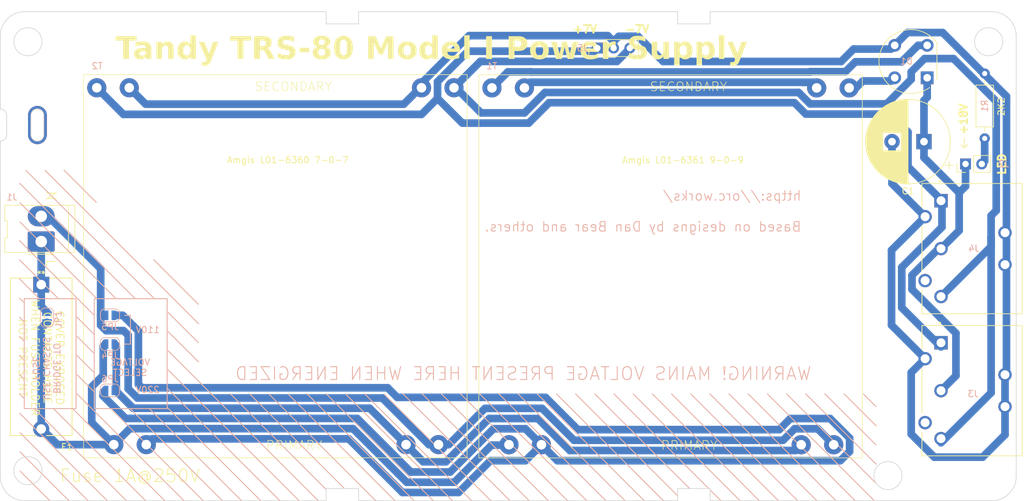
<source format=kicad_pcb>
(kicad_pcb (version 20221018) (generator pcbnew)
  (layers (0 "F.Cu" signal) (31 "B.Cu" signal) (34 "B.Paste" user) (35 "F.Paste" user) (36 "B.SilkS" user "B.Silkscreen") (37 "F.SilkS" user "F.Silkscreen") (38 "B.Mask" user) (39 "F.Mask" user) (44 "Edge.Cuts" user))
  (net 0 "")
  (net 1 "0V")
  (net 2 "Net-(T1-OUT1A)")
  (net 3 "+18V")
  (net 4 "-7V")
  (net 5 "Net-(J1-Pin_1)")
  (net 6 "Net-(J1-Pin_2)")
  (net 7 "+7V")
  (net 9 "Net-(JP1-A)")
  (net 10 "Net-(T1-OUT1B)")
  (net 11 "Net-(T1-OUT2B)")
  (net 12 "Net-(J2-Pin_2)")
  (net 14 "Net-(JP5-B)")
  (net 15 "Net-(JP4-B)")
  (footprint "Project:FUSE_0PTF0078P_LTF" (layer "F.Cu") (at 49.4 107.9 -90)
    (fp_text reference "F1" (at 25.42 -4.01 unlocked) (layer "F.SilkS"))
    (fp_text value "Fuse 1A@250V" (at 29.92 -13.88 unlocked) (layer "F.SilkS") (effects (font (size 2 2))))
    (fp_text user "*" (at -1.9207 0 -90 unlocked) (layer "F.SilkS"))
    (fp_text user "*" (at -1.9207 0 90) (layer "F.SilkS"))
    (pad "1" thru_hole rect (at 0 0 270) (size 2.5 2.5) (drill 1.4986) (layers "*.Cu" "*.Mask") (net 5 "Net-(J1-Pin_1)"))
    (pad "2" thru_hole circle (at 22.6 0 270) (size 2.5 2.5) (drill 1.4986) (layers "*.Cu" "*.Mask") (net 9 "Net-(JP1-A)"))
  )
  (footprint "Transformer_THT:Amgis 25VA" (layer "F.Cu") (at 122.794 132.886)
    (fp_text reference "T1" (at -2.906 -59.226 -180) (layer "B.SilkS") (effects (justify mirror)))
    (fp_text value "Amgis L01-6361 9-0-9" (at 27 -44.5) (layer "F.SilkS"))
    (fp_text user "SECONDARY" (at 21.743333 -55.1745 unlocked) (layer "F.SilkS") (effects (font (size 1.4 1.4) (thickness 0.1)) (justify left bottom)))
    (fp_text user "PRIMARY" (at 23.496667 1 unlocked) (layer "F.SilkS") (effects (font (size 1.4 1.4) (thickness 0.1)) (justify left bottom)))
    (pad "1" thru_hole circle (at -0.22 0.08 270) (size 3 3) (drill 1.5) (layers "*.Cu" "*.Mask") (net 9 "Net-(JP1-A)"))
    (pad "2" thru_hole circle (at 4.86 0.08 180) (size 3 3) (drill 1.5) (layers "*.Cu" "*.Mask") (net 14 "Net-(JP5-B)"))
    (pad "3" thru_hole circle (at 45.5 0.08 180) (size 3 3) (drill 1.5) (layers "*.Cu" "*.Mask") (net 15 "Net-(JP4-B)"))
    (pad "4" thru_hole circle (at 50.58 0.08 180) (size 3 3) (drill 1.5) (layers "*.Cu" "*.Mask") (net 6 "Net-(J1-Pin_2)"))
    (pad "5" thru_hole circle (at -2.88 -55.8 180) (size 3 3) (drill 1.5) (layers "*.Cu" "*.Mask") (net 2 "Net-(T1-OUT1A)"))
    (pad "6" thru_hole circle (at 2.2 -55.8 180) (size 3 3) (drill 1.5) (layers "*.Cu" "*.Mask") (net 10 "Net-(T1-OUT1B)"))
    (pad "7" thru_hole circle (at 47.92 -55.8 180) (size 3 3) (drill 1.5) (layers "*.Cu" "*.Mask") (net 10 "Net-(T1-OUT1B)"))
    (pad "8" thru_hole circle (at 53 -55.8 180) (size 3 3) (drill 1.5) (layers "*.Cu" "*.Mask") (net 11 "Net-(T1-OUT2B)"))
  )
  (footprint "Project:SWITCHCRAFT_57PC5FS" (layer "F.Cu") (at 195.176 124.5 180)
    (fp_text reference "J3" (at -0.024 -0.5) (layer "B.SilkS") (effects (justify mirror)))
    (fp_text value "57PC5FS")
    (pad "" np_thru_hole circle (at 0 -7.505 180) (size 2.39 2.39) (drill 2.39) (layers "*.Cu" "*.Mask"))
    (pad "" np_thru_hole circle (at 0 7.505 180) (size 2.39 2.39) (drill 2.39) (layers "*.Cu" "*.Mask"))
    (pad "1" thru_hole rect (at 5.01 7.505 180) (size 2.1 2.1) (drill 1.4) (layers "*.Cu" "*.Mask") (net 7 "+7V"))
    (pad "2" thru_hole circle (at 5.01 0 180) (size 2.1 2.1) (drill 1.4) (layers "*.Cu" "*.Mask") (net 3 "+18V"))
    (pad "3" thru_hole circle (at 5.01 -7.505 180) (size 2.1 2.1) (drill 1.4) (layers "*.Cu" "*.Mask") (net 4 "-7V"))
    (pad "4" thru_hole circle (at 7.5 5.005 180) (size 2.1 2.1) (drill 1.4) (layers "*.Cu" "*.Mask") (net 1 "0V"))
    (pad "5" thru_hole circle (at 7.5 -5.005 180) (size 2.1 2.1) (drill 1.4) (layers "*.Cu" "*.Mask"))
    (pad "G1" thru_hole circle (at -5 -2.5 180) (size 2.1 2.1) (drill 1.4) (layers "*.Cu" "*.Mask") (net 1 "0V"))
    (pad "G2" thru_hole circle (at -5 2.5 180) (size 2.1 2.1) (drill 1.4) (layers "*.Cu" "*.Mask") (net 1 "0V"))
  )
  (footprint "Connector_PinHeader_2.54mm:PinHeader_1x03_P2.54mm_Vertical" (layer "F.Cu") (at 136.4 70.85 90)
    (fp_text reference "J5" (at 0 -2.33 180) (layer "B.SilkS") (effects (justify mirror)))
    (fp_text value "Conn_01x03_Socket")
    (pad "1" thru_hole rect (at 0 0 90) (size 1.7 1.7) (drill 1) (layers "*.Cu" "*.Mask") (net 7 "+7V"))
    (pad "2" thru_hole oval (at 0 2.54 90) (size 1.7 1.7) (drill 1) (layers "*.Cu" "*.Mask") (net 1 "0V"))
    (pad "3" thru_hole oval (at 0 5.08 90) (size 1.7 1.7) (drill 1) (layers "*.Cu" "*.Mask") (net 4 "-7V"))
  )
  (footprint "Transformer_THT:Amgis 25VA" (layer "F.Cu") (at 60.972 132.866)
    (fp_text reference "T2" (at -2.806 -59.206 -180) (layer "B.SilkS") (effects (justify mirror)))
    (fp_text value "Amgis L01-6360 7-0-7" (at 27 -44.5) (layer "F.SilkS"))
    (fp_text user "PRIMARY" (at 23.496667 1 unlocked) (layer "F.SilkS") (effects (font (size 1.4 1.4) (thickness 0.1)) (justify left bottom)))
    (fp_text user "SECONDARY" (at 21.743333 -55.1745 unlocked) (layer "F.SilkS") (effects (font (size 1.4 1.4) (thickness 0.1)) (justify left bottom)))
    (pad "1" thru_hole circle (at -0.22 0.08 270) (size 3 3) (drill 1.5) (layers "*.Cu" "*.Mask") (net 9 "Net-(JP1-A)"))
    (pad "2" thru_hole circle (at 4.86 0.08 180) (size 3 3) (drill 1.5) (layers "*.Cu" "*.Mask") (net 14 "Net-(JP5-B)"))
    (pad "3" thru_hole circle (at 45.5 0.08 180) (size 3 3) (drill 1.5) (layers "*.Cu" "*.Mask") (net 15 "Net-(JP4-B)"))
    (pad "4" thru_hole circle (at 50.58 0.08 180) (size 3 3) (drill 1.5) (layers "*.Cu" "*.Mask") (net 6 "Net-(J1-Pin_2)"))
    (pad "5" thru_hole circle (at -2.88 -55.8 180) (size 3 3) (drill 1.5) (layers "*.Cu" "*.Mask") (net 7 "+7V"))
    (pad "6" thru_hole circle (at 2.2 -55.8 180) (size 3 3) (drill 1.5) (layers "*.Cu" "*.Mask") (net 1 "0V"))
    (pad "7" thru_hole circle (at 47.92 -55.8 180) (size 3 3) (drill 1.5) (layers "*.Cu" "*.Mask") (net 1 "0V"))
    (pad "8" thru_hole circle (at 53 -55.8 180) (size 3 3) (drill 1.5) (layers "*.Cu" "*.Mask") (net 4 "-7V"))
  )
  (footprint "Project:SWITCHCRAFT_57PC5FS" (layer "F.Cu") (at 195.176 102.26 180)
    (fp_text reference "J4" (at -0.124 0.01) (layer "B.SilkS") (effects (justify mirror)))
    (fp_text value "57PC5FS")
    (pad "" np_thru_hole circle (at 0 -7.505 180) (size 2.39 2.39) (drill 2.39) (layers "*.Cu" "*.Mask"))
    (pad "" np_thru_hole circle (at 0 7.505 180) (size 2.39 2.39) (drill 2.39) (layers "*.Cu" "*.Mask"))
    (pad "1" thru_hole rect (at 5.01 7.505 180) (size 2.1 2.1) (drill 1.4) (layers "*.Cu" "*.Mask") (net 7 "+7V"))
    (pad "2" thru_hole circle (at 5.01 0 180) (size 2.1 2.1) (drill 1.4) (layers "*.Cu" "*.Mask") (net 3 "+18V"))
    (pad "3" thru_hole circle (at 5.01 -7.505 180) (size 2.1 2.1) (drill 1.4) (layers "*.Cu" "*.Mask") (net 4 "-7V"))
    (pad "4" thru_hole circle (at 7.5 5.005 180) (size 2.1 2.1) (drill 1.4) (layers "*.Cu" "*.Mask") (net 1 "0V"))
    (pad "5" thru_hole circle (at 7.5 -5.005 180) (size 2.1 2.1) (drill 1.4) (layers "*.Cu" "*.Mask"))
    (pad "G1" thru_hole circle (at -5 -2.5 180) (size 2.1 2.1) (drill 1.4) (layers "*.Cu" "*.Mask") (net 1 "0V"))
    (pad "G2" thru_hole circle (at -5 2.5 180) (size 2.1 2.1) (drill 1.4) (layers "*.Cu" "*.Mask") (net 1 "0V"))
  )
  (footprint "Connector_PinHeader_2.54mm:PinHeader_1x02_P2.54mm_Vertical" (layer "F.Cu") (at 194 89 90)
    (fp_text reference "J2" (at 0 6 180) (layer "B.SilkS") (effects (justify mirror)))
    (fp_text value "Conn_01x02_Socket")
    (pad "1" thru_hole rect (at 0 0 90) (size 1.7 1.7) (drill 1) (layers "*.Cu" "*.Mask") (net 3 "+18V"))
    (pad "2" thru_hole oval (at 0 2.54 90) (size 1.7 1.7) (drill 1) (layers "*.Cu" "*.Mask") (net 12 "Net-(J2-Pin_2)"))
  )
  (footprint "Resistor_THT:R_Axial_DIN0207_L6.3mm_D2.5mm_P10.16mm_Horizontal" (layer "F.Cu") (at 197 85 90)
    (fp_text reference "R1" (at 5.08 0 90) (layer "B.SilkS") (effects (justify mirror)))
    (fp_text value "2K2" (at 5 2.6 90) (layer "F.SilkS"))
    (pad "1" thru_hole circle (at 0 0 90) (size 1.6 1.6) (drill 0.8) (layers "*.Cu" "*.Mask") (net 12 "Net-(J2-Pin_2)"))
    (pad "2" thru_hole oval (at 10.16 0 90) (size 1.6 1.6) (drill 0.8) (layers "*.Cu" "*.Mask") (net 1 "0V"))
  )
  (footprint "Capacitor_THT:CP_Radial_D13.0mm_P5.00mm" (layer "F.Cu") (at 187.5 85.5 180)
    (fp_text reference "C1" (at 2.5 -7.75 180) (layer "F.SilkS"))
    (fp_text value "1000uF")
    (pad "1" thru_hole rect (at 0 0 180) (size 2.4 2.4) (drill 1.2) (layers "*.Cu" "*.Mask") (net 3 "+18V"))
    (pad "2" thru_hole circle (at 5 0 180) (size 2.4 2.4) (drill 1.2) (layers "*.Cu" "*.Mask") (net 1 "0V"))
  )
  (footprint "Diode_THT:Diode_Bridge_Round_D9.8mm" (layer "F.Cu") (at 188 75.5 180)
    (fp_text reference "D1" (at 3.2512 2.5908) (layer "B.SilkS") (effects (justify mirror)))
    (fp_text value "D_Bridge_+-AA")
    (pad "1" thru_hole rect (at 0 0 180) (size 2 2) (drill 1.2) (layers "*.Cu" "*.Mask") (net 3 "+18V"))
    (pad "2" thru_hole oval (at 0 5.08 180) (size 2 2) (drill 1.2) (layers "*.Cu" "*.Mask") (net 2 "Net-(T1-OUT1A)"))
    (pad "3" thru_hole oval (at 5.08 5.08 180) (size 2 2) (drill 1.2) (layers "*.Cu" "*.Mask") (net 1 "0V"))
    (pad "4" thru_hole oval (at 5.08 0 180) (size 2 2) (drill 1.2) (layers "*.Cu" "*.Mask") (net 11 "Net-(T1-OUT2B)"))
  )
  (footprint "Connector_Molex:Molex_KK-396_5273-02A_1x02_P3.96mm_Vertical" (layer "F.Cu") (at 49.4 101.15 90)
    (fp_text reference "J1" (at 6.95 -4.6) (layer "B.SilkS") (effects (justify mirror)))
    (fp_text value "Conn_01x02_Pin")
    (pad "1" thru_hole roundrect (at 0 0 90) (size 3.16 4.2) (drill 1.8) (layers "*.Cu" "*.Mask") (roundrect_rratio 0.07911392405) (net 5 "Net-(J1-Pin_1)"))
    (pad "2" thru_hole oval (at 3.96 0 90) (size 3.16 4.2) (drill 1.8) (layers "*.Cu" "*.Mask") (net 6 "Net-(J1-Pin_2)"))
  )
  (footprint "Jumper:SolderJumper-2_P1.5mm_Open_RoundedPad1.0x1.5mm" (layer "B.Cu") (at 60.154 112.7)
    (fp_text reference "JP5" (at 0 1.8 180) (layer "B.SilkS") (effects (justify mirror)))
    (fp_text value "CLOSE FOR 110V")
    (pad "1" smd custom (at -0.750001 -0.000001) (size 1 0.5) (layers "B.Cu" "B.Mask") (net 6 "Net-(J1-Pin_2)") (options (clearance outline) (anchor rect)) (primitives (gr_circle (center 0 -0.25) (end 0.5 -0.25) (width 0) (fill yes)) (gr_circle (center 0 0.25) (end 0.5 0.25) (width 0) (fill yes)) (gr_poly (pts (xy 0.5 -0.75) (xy 0 -0.75) (xy 0 0.75) (xy 0.5 0.75)) (width 0) (fill yes))))
    (pad "2" smd custom (at 0.749999 -0.000001) (size 1 0.5) (layers "B.Cu" "B.Mask") (net 14 "Net-(JP5-B)") (options (clearance outline) (anchor rect)) (primitives (gr_circle (center 0 -0.25) (end 0.5 -0.25) (width 0) (fill yes)) (gr_circle (center 0 0.25) (end 0.5 0.25) (width 0) (fill yes)) (gr_poly (pts (xy 0 -0.75) (xy -0.5 -0.75) (xy -0.5 0.75) (xy 0 0.75)) (width 0) (fill yes))))
  )
  (footprint "Jumper:SolderJumper-2_P1.5mm_Open_RoundedPad1.0x1.5mm" (layer "B.Cu") (at 60.154 117.2)
    (fp_text reference "JP4" (at 0 1.8 180) (layer "B.SilkS") (effects (justify mirror)))
    (fp_text value "CLOSE FOR 110V")
    (pad "1" smd custom (at -0.750001 -0.000001) (size 1 0.5) (layers "B.Cu" "B.Mask") (net 9 "Net-(JP1-A)") (options (clearance outline) (anchor rect)) (primitives (gr_circle (center 0 -0.25) (end 0.5 -0.25) (width 0) (fill yes)) (gr_circle (center 0 0.25) (end 0.5 0.25) (width 0) (fill yes)) (gr_poly (pts (xy 0.5 -0.75) (xy 0 -0.75) (xy 0 0.75) (xy 0.5 0.75)) (width 0) (fill yes))))
    (pad "2" smd custom (at 0.749999 -0.000001) (size 1 0.5) (layers "B.Cu" "B.Mask") (net 15 "Net-(JP4-B)") (options (clearance outline) (anchor rect)) (primitives (gr_circle (center 0 -0.25) (end 0.5 -0.25) (width 0) (fill yes)) (gr_circle (center 0 0.25) (end 0.5 0.25) (width 0) (fill yes)) (gr_poly (pts (xy 0 -0.75) (xy -0.5 -0.75) (xy -0.5 0.75) (xy 0 0.75)) (width 0) (fill yes))))
  )
  (footprint "Jumper:SolderJumper-2_P1.5mm_Open_RoundedPad1.0x1.5mm" (layer "B.Cu") (at 60.153998 124.46 180)
    (fp_text reference "JP6" (at 0 1.8) (layer "B.SilkS") (effects (justify mirror)))
    (fp_text value "CLOSE FOR 220V")
    (pad "1" smd custom (at -0.750001 -0.000001 180) (size 1 0.5) (layers "B.Cu" "B.Mask") (net 15 "Net-(JP4-B)") (options (clearance outline) (anchor rect)) (primitives (gr_circle (center 0 -0.25) (end 0.5 -0.25) (width 0) (fill yes)) (gr_circle (center 0 0.25) (end 0.5 0.25) (width 0) (fill yes)) (gr_poly (pts (xy 0.5 -0.75) (xy 0 -0.75) (xy 0 0.75) (xy 0.5 0.75)) (width 0) (fill yes))))
    (pad "2" smd custom (at 0.749999 -0.000001 180) (size 1 0.5) (layers "B.Cu" "B.Mask") (net 14 "Net-(JP5-B)") (options (clearance outline) (anchor rect)) (primitives (gr_circle (center 0 -0.25) (end 0.5 -0.25) (width 0) (fill yes)) (gr_circle (center 0 0.25) (end 0.5 0.25) (width 0) (fill yes)) (gr_poly (pts (xy 0 -0.75) (xy -0.5 -0.75) (xy -0.5 0.75) (xy 0 0.75)) (width 0) (fill yes))))
  )
  (footprint "Jumper:SolderJumper-2_P1.5mm_Open_RoundedPad1.0x1.5mm" (layer "B.Cu") (at 50.3 113.05 90)
    (fp_text reference "JP1" (at -0.27 1.77 270) (layer "B.SilkS"))
    (fp_text value "CLOSE FOR CHASSIS FUSE")
    (pad "1" smd custom (at -0.750001 -0.000001 90) (size 1 0.5) (layers "B.Cu" "B.Mask") (net 9 "Net-(JP1-A)") (options (clearance outline) (anchor rect)) (primitives (gr_circle (center 0 -0.25) (end 0.5 -0.25) (width 0) (fill yes)) (gr_circle (center 0 0.25) (end 0.5 0.25) (width 0) (fill yes)) (gr_poly (pts (xy 0.5 -0.75) (xy 0 -0.75) (xy 0 0.75) (xy 0.5 0.75)) (width 0) (fill yes))))
    (pad "2" smd custom (at 0.749999 -0.000001 90) (size 1 0.5) (layers "B.Cu" "B.Mask") (net 5 "Net-(J1-Pin_1)") (options (clearance outline) (anchor rect)) (primitives (gr_circle (center 0 -0.25) (end 0.5 -0.25) (width 0) (fill yes)) (gr_circle (center 0 0.25) (end 0.5 0.25) (width 0) (fill yes)) (gr_poly (pts (xy 0 -0.75) (xy -0.5 -0.75) (xy -0.5 0.75) (xy 0 0.75)) (width 0) (fill yes))))
  )
  (gr_arc (start 50.07 84.424) (mid 48.8 85.694) (end 47.53 84.424) (stroke (width 0.4)) (layer "F.Cu"))
  (gr_arc (start 47.53 81.376) (mid 48.8 80.106) (end 50.07 81.376) (stroke (width 0.4)) (layer "F.Cu"))
  (gr_line (start 47.53 81.376) (end 47.53 84.424) (stroke (width 0.4)) (layer "F.Cu"))
  (gr_line (start 50.07 81.376) (end 50.07 84.424) (stroke (width 0.4)) (layer "F.Cu"))
  (gr_line (start 47.53 84.424) (end 47.53 81.376) (stroke (width 0.4)) (layer "B.Cu"))
  (gr_arc (start 47.53 81.376) (mid 48.8 80.106) (end 50.07 81.376) (stroke (width 0.4)) (layer "B.Cu"))
  (gr_arc (start 50.07 84.424) (mid 48.8 85.694) (end 47.53 84.424) (stroke (width 0.4)) (layer "B.Cu"))
  (gr_line (start 50.07 84.424) (end 50.07 81.376) (stroke (width 0.4)) (layer "B.Cu"))
  (gr_line (start 74.001799 120.001799) (end 69.107388 115.107388) (stroke (width 0.15)) (layer "B.SilkS"))
  (gr_line (start 88.031464 125.031464) (end 104.673619 141.673619) (stroke (width 0.15)) (layer "B.SilkS"))
  (gr_line (start 130.007034 125.007034) (end 146.693505 141.693505) (stroke (width 0.15)) (layer "B.SilkS"))
  (gr_line (start 46.073101 134.073101) (end 53.678337 141.678337) (stroke (width 0.15)) (layer "B.SilkS"))
  (gr_line (start 69.12413 124.12413) (end 86.689963 141.689963) (stroke (width 0.15)) (layer "B.SilkS"))
  (gr_line (start 178.017537 125.017537) (end 180 127) (stroke (width 0.15)) (layer "B.SilkS"))
  (gr_line (start 148.003517 125.003517) (end 164.686604 141.686604) (stroke (width 0.15)) (layer "B.SilkS"))
  (gr_line (start 62.45 117.2) (end 63.35 117.2) (stroke (width 0.15)) (layer "B.SilkS"))
  (gr_line (start 47.011739 90.011739) (end 67.003517 110.003517) (stroke (width 0.15)) (layer "B.SilkS"))
  (gr_line (start 56 129) (end 56.733142 129.733142) (stroke (width 0.15)) (layer "B.SilkS"))
  (gr_line (start 46 104) (end 52.052082 110.052082) (stroke (width 0.15)) (layer "B.SilkS"))
  (gr_line (start 67.001941 104.001941) (end 73.987911 110.987911) (stroke (width 0.15)) (layer "B.SilkS"))
  (gr_line (start 121 125) (end 137.702069 141.702069) (stroke (width 0.15)) (layer "B.SilkS"))
  (gr_line (start 46.044904 128.044904) (end 59.662372 141.662372) (stroke (width 0.15)) (layer "B.SilkS"))
  (gr_line (start 124.003517 125.003517) (end 140.695727 141.695727) (stroke (width 0.15)) (layer "B.SilkS"))
  (gr_line (start 46 119) (end 46.733142 119.733142) (stroke (width 0.15)) (layer "B.SilkS"))
  (gr_line (start 69.117873 121.117873) (end 89.680149 141.680149) (stroke (width 0.15)) (layer "B.SilkS"))
  (gr_line (start 69.117369 112.117369) (end 73.987784 116.987784) (stroke (width 0.15)) (layer "B.SilkS"))
  (gr_line (start 54.864311 124.864311) (end 71.669754 141.669754) (stroke (width 0.15)) (layer "B.SilkS"))
  (gr_line (start 46.092475 98.092475) (end 58.05745 110.05745) (stroke (width 0.15)) (layer "B.SilkS"))
  (gr_line (start 46.017097 110.017097) (end 46.750239 110.750239) (stroke (width 0.15)) (layer "B.SilkS"))
  (gr_line (start 46.094188 137.094188) (end 50.68469 141.68469) (stroke (width 0.15)) (layer "B.SilkS"))
  (gr_line (start 69.113069 118.113069) (end 92.687807 141.687807) (stroke (width 0.15)) (layer "B.SilkS"))
  (gr_line (start 154.007034 125.007034) (end 170.695648 141.695648) (stroke (width 0.15)) (layer "B.SilkS"))
  (gr_line (start 69.128177 127.128177) (end 83.632421 141.632421) (stroke (width 0.15)) (layer "B.SilkS"))
  (gr_line (start 46 125) (end 46.733142 125.733142) (stroke (width 0.15)) (layer "B.SilkS"))
  (gr_line (start 168.996483 124.996483) (end 180.016442 136.016442) (stroke (width 0.15)) (layer "B.SilkS"))
  (gr_line (start 51.346942 127.346942) (end 65.697541 141.697541) (stroke (width 0.15)) (layer "B.SilkS"))
  (gr_line (start 46.084056 95.084056) (end 61.076438 110.076438) (stroke (width 0.15)) (layer "B.SilkS"))
  (gr_line (start 103.003517 125.003517) (end 119.693328 141.693328) (stroke (width 0.15)) (layer "B.SilkS"))
  (gr_line (start 139.003517 125.003517) (end 153.773135 139.773135) (stroke (width 0.15)) (layer "B.SilkS"))
  (gr_line (start 145 125) (end 161.660196 141.660196) (stroke (width 0.15)) (layer "B.SilkS"))
  (gr_line (start 54.351525 127.351525) (end 68.694523 141.694523) (stroke (width 0.15)) (layer "B.SilkS"))
  (gr_line (start 46 101) (end 57.669023 112.669023) (stroke (width 0.15)) (layer "B.SilkS"))
  (gr_line (start 175 125) (end 180.01627 130.01627) (stroke (width 0.15)) (layer "B.SilkS"))
  (gr_line (start 46.031059 92.031059) (end 64 110) (stroke (width 0.15)) (layer "B.SilkS"))
  (gr_line (start 56 126) (end 56.733142 126.733142) (stroke (width 0.15)) (layer "B.SilkS"))
  (gr_line (start 160 125) (end 176.682522 141.682522) (stroke (width 0.15)) (layer "B.SilkS"))
  (gr_line (start 163 125) (end 179.688247 141.688247) (stroke (width 0.15)) (layer "B.SilkS"))
  (gr_line (start 109 125) (end 125.677396 141.677396) (stroke (width 0.15)) (layer "B.SilkS"))
  (gr_line (start 46 122) (end 46.733142 122.733142) (stroke (width 0.15)) (layer "B.SilkS"))
  (gr_line (start 46 107) (end 49.079757 110.079757) (stroke (width 0.15)) (layer "B.SilkS"))
  (gr_line (start 154.104066 140.104066) (end 155.718362 141.718362) (stroke (width 0.15)) (layer "B.SilkS"))
  (gr_line (start 112.003517 125.003517) (end 128.689849 141.689849) (stroke (width 0.15)) (layer "B.SilkS"))
  (gr_line (start 142.007034 125.007034) (end 158.686076 141.686076) (stroke (width 0.15)) (layer "B.SilkS"))
  (gr_line (start 63.333488 127.333488) (end 77.675984 141.675984) (stroke (width 0.15)) (layer "B.SilkS"))
  (gr_line (start 97 125) (end 113.704391 141.704391) (stroke (width 0.15)) (layer "B.SilkS"))
  (gr_line (start 106.007034 125.007034) (end 122.683226 141.683226) (stroke (width 0.15)) (layer "B.SilkS"))
  (gr_line (start 46.08067 131.08067) (end 56.679114 141.679114) (stroke (width 0.15)) (layer "B.SilkS"))
  (gr_line (start 54.879233 121.879233) (end 57.669064 124.669064) (stroke (width 0.15)) (layer "B.SilkS"))
  (gr_line (start 127.003517 125.003517) (end 143.709015 141.709015) (stroke (width 0.15)) (layer "B.SilkS"))
  (gr_line (start 115.003517 125.003517) (end 131.687066 141.687066) (stroke (width 0.15)) (layer "B.SilkS"))
  (gr_line (start 46 116) (end 46.733142 116.733142) (stroke (width 0.15)) (layer "B.SilkS"))
  (gr_line (start 46 113) (end 46.733142 113.733142) (stroke (width 0.15)) (layer "B.SilkS"))
  (gr_line (start 60.304288 127.304288) (end 74.686112 141.686112) (stroke (width 0.15)) (layer "B.SilkS"))
  (gr_line (start 66.333429 127.333429) (end 80.707238 141.707238) (stroke (width 0.15)) (layer "B.SilkS"))
  (gr_line (start 151.003517 125.003517) (end 167.681804 141.681804) (stroke (width 0.15)) (layer "B.SilkS"))
  (gr_line (start 50.012742 90.012742) (end 74.019268 114.019268) (stroke (width 0.15)) (layer "B.SilkS"))
  (gr_line (start 48.35717 127.35717) (end 62.687381 141.687381) (stroke (width 0.15)) (layer "B.SilkS"))
  (gr_line (start 63.35 112.7) (end 63.35 117.2) (stroke (width 0.15)) (layer "B.SilkS"))
  (gr_line (start 85.03695 125.03695) (end 101.681907 141.681907) (stroke (width 0.15)) (layer "B.SilkS"))
  (gr_rect (start 57.7 110.1) (end 69.1 127.3) (stroke (width 0.15)) (fill none) (layer "B.SilkS"))
  (gr_line (start 94.003517 125.003517) (end 110.680164 141.680164) (stroke (width 0.15)) (layer "B.SilkS"))
  (gr_line (start 54.892971 118.892971) (end 57.669064 121.669064) (stroke (width 0.15)) (layer "B.SilkS"))
  (gr_line (start 136.003517 125.003517) (end 150.791618 139.791618) (stroke (width 0.15)) (layer "B.SilkS"))
  (gr_line (start 52.970634 89.970634) (end 58.007011 95.007011) (stroke (width 0.15)) (layer "B.SilkS"))
  (gr_line (start 172 125) (end 179.975121 132.975121) (stroke (width 0.15)) (layer "B.SilkS"))
  (gr_line (start 100.003517 125.003517) (end 116.697822 141.697822) (stroke (width 0.15)) (layer "B.SilkS"))
  (gr_line (start 62.45 112.7) (end 63.35 112.7) (stroke (width 0.15)) (layer "B.SilkS"))
  (gr_rect (start 46.75 110.1) (end 54.85 127.3) (stroke (width 0.15)) (fill none) (layer "B.SilkS"))
  (gr_line (start 118.007034 125.007034) (end 134.687066 141.687066) (stroke (width 0.15)) (layer "B.SilkS"))
  (gr_line (start 133 125) (end 148.926061 140.926061) (stroke (width 0.15)) (layer "B.SilkS"))
  (gr_line (start 79.006028 125.006028) (end 93.867278 139.867278) (stroke (width 0.15)) (layer "B.SilkS"))
  (gr_line (start 91 125) (end 107.680164 141.680164) (stroke (width 0.15)) (layer "B.SilkS"))
  (gr_line (start 54.888399 115.888399) (end 57.66834 118.66834) (stroke (width 0.15)) (layer "B.SilkS"))
  (gr_line (start 54.901031 112.901031) (end 57.702932 115.702932) (stroke (width 0.15)) (layer "B.SilkS"))
  (gr_line (start 156.996483 124.996483) (end 173.663673 141.663673) (stroke (width 0.15)) (layer "B.SilkS"))
  (gr_line (start 82.015732 125.015732) (end 96.786535 139.786535) (stroke (width 0.15)) (layer "B.SilkS"))
  (gr_line (start 166.003517 125.003517) (end 179.977154 138.977154) (stroke (width 0.15)) (layer "B.SilkS"))
  (gr_line (start 193.81 86.5) (end 193.31 86) (stroke (width 0.15)) (layer "F.SilkS"))
  (gr_line (start 193.81 85) (end 193.81 86.5) (stroke (width 0.15)) (layer "F.SilkS"))
  (gr_line (start 193.81 86.5) (end 194.31 86) (stroke (width 0.15)) (layer "F.SilkS"))
  (gr_arc (start 46.81 141.732) (mid 44.115923 140.616077) (end 43 137.922) (stroke (width 0.1)) (layer "Edge.Cuts"))
  (gr_line (start 43 137.922) (end 43 85.4) (stroke (width 0.1)) (layer "Edge.Cuts"))
  (gr_line (start 148.971 65.151) (end 99.06 65.151) (stroke (width 0.1)) (layer "Edge.Cuts"))
  (gr_line (start 93.98 141.732) (end 46.81 141.732) (stroke (width 0.1)) (layer "Edge.Cuts"))
  (gr_line (start 47.8 81.4) (end 47.8 84.4) (stroke (width 0.1)) (layer "Edge.Cuts"))
  (gr_arc (start 201.93 137.922) (mid 200.814077 140.616077) (end 198.12 141.732) (stroke (width 0.1)) (layer "Edge.Cuts"))
  (gr_line (start 154.051 139.827) (end 148.971 139.827) (stroke (width 0.1)) (layer "Edge.Cuts"))
  (gr_line (start 93.98 65.151) (end 46.81 65.151) (stroke (width 0.1)) (layer "Edge.Cuts"))
  (gr_line (start 148.971 67.056) (end 148.971 65.151) (stroke (width 0.1)) (layer "Edge.Cuts"))
  (gr_circle (center 181.864 137.795) (end 184.064 137.795) (stroke (width 0.1)) (fill none) (layer "Edge.Cuts"))
  (gr_arc (start 44 84.4) (mid 43.707107 85.107107) (end 43 85.4) (stroke (width 0.1)) (layer "Edge.Cuts"))
  (gr_line (start 201.93 68.961) (end 201.93 137.922) (stroke (width 0.1)) (layer "Edge.Cuts"))
  (gr_line (start 44 81.4) (end 44 84.4) (stroke (width 0.1)) (layer "Edge.Cuts"))
  (gr_line (start 99.06 67.056) (end 93.98 67.056) (stroke (width 0.1)) (layer "Edge.Cuts"))
  (gr_line (start 154.051 67.056) (end 148.971 67.056) (stroke (width 0.1)) (layer "Edge.Cuts"))
  (gr_arc (start 43 68.961) (mid 44.115923 66.266923) (end 46.81 65.151) (stroke (width 0.1)) (layer "Edge.Cuts"))
  (gr_line (start 49.8 81.4) (end 49.8 84.4) (stroke (width 0.1)) (layer "Edge.Cuts"))
  (gr_line (start 99.06 139.827) (end 93.98 139.827) (stroke (width 0.1)) (layer "Edge.Cuts"))
  (gr_line (start 154.051 65.151) (end 154.051 67.056) (stroke (width 0.1)) (layer "Edge.Cuts"))
  (gr_line (start 99.06 65.151) (end 99.06 67.056) (stroke (width 0.1)) (layer "Edge.Cuts"))
  (gr_line (start 198.12 141.732) (end 154.051 141.732) (stroke (width 0.1)) (layer "Edge.Cuts"))
  (gr_circle (center 47.318 137.033) (end 49.518 137.033) (stroke (width 0.1)) (fill none) (layer "Edge.Cuts"))
  (gr_line (start 93.98 67.056) (end 93.98 65.151) (stroke (width 0.1)) (layer "Edge.Cuts"))
  (gr_line (start 99.06 141.732) (end 99.06 139.827) (stroke (width 0.1)) (layer "Edge.Cuts"))
  (gr_line (start 43 68.961) (end 43 80.4) (stroke (width 0.1)) (layer "Edge.Cuts"))
  (gr_arc (start 43 80.4) (mid 43.707107 80.692893) (end 44 81.4) (stroke (width 0.1)) (layer "Edge.Cuts"))
  (gr_circle (center 197.612 69.85) (end 199.812 69.85) (stroke (width 0.1)) (fill none) (layer "Edge.Cuts"))
  (gr_circle (center 47.318 69.85) (end 49.518 69.85) (stroke (width 0.1)) (fill none) (layer "Edge.Cuts"))
  (gr_arc (start 47.8 81.4) (mid 48.8 80.4) (end 49.8 81.4) (stroke (width 0.1)) (layer "Edge.Cuts"))
  (gr_line (start 148.971 141.732) (end 99.06 141.732) (stroke (width 0.1)) (layer "Edge.Cuts"))
  (gr_line (start 198.12 65.151) (end 154.051 65.151) (stroke (width 0.1)) (layer "Edge.Cuts"))
  (gr_arc (start 198.12 65.151) (mid 200.814077 66.266923) (end 201.93 68.961) (stroke (width 0.1)) (layer "Edge.Cuts"))
  (gr_line (start 93.98 139.827) (end 93.98 141.732) (stroke (width 0.1)) (layer "Edge.Cuts"))
  (gr_line (start 154.051 139.827) (end 154.051 141.732) (stroke (width 0.1)) (layer "Edge.Cuts"))
  (gr_arc (start 49.8 84.4) (mid 48.8 85.4) (end 47.8 84.4) (stroke (width 0.1)) (layer "Edge.Cuts"))
  (gr_line (start 148.971 139.827) (end 148.971 141.732) (stroke (width 0.1)) (layer "Edge.Cuts"))
  (gr_text "WARNING! MAINS VOLTAGE PRESENT HERE WHEN ENERGIZED" (at 170 123) (layer "B.SilkS") (effects (font (size 2 2)) (justify left bottom mirror)))
  (gr_text "110V" (at 66.05 115.55) (layer "B.SilkS") (effects (font (size 1 1)) (justify bottom mirror)))
  (gr_text "https://orc.works/\n\nBased on designs by Dan Bear and others." (at 168.402 99.695) (layer "B.SilkS") (effects (font (size 1.5 1.5)) (justify left bottom mirror)))
  (gr_text "BRIDGE TO\nUSE CHASSIS\nFUSE" (at 48 121 270) (layer "B.SilkS") (effects (font (size 1 1)) (justify bottom mirror)))
  (gr_text "220V" (at 66.05 124.95) (layer "B.SilkS") (effects (font (size 1 1)) (justify bottom mirror)))
  (gr_text "VOLTAGE\nSELECT" (at 63.3 122.25) (layer "B.SilkS") (effects (font (size 1 1)) (justify bottom mirror)))
  (gr_text "+7V" (at 132.45 68.6) (layer "F.SilkS") (effects (font (size 1.2 1.2) (thickness 0.3) bold) (justify left bottom)))
  (gr_text "N        L" (at 50.05 93.1 270) (layer "F.SilkS") (effects (font (size 1.5 1.5)) (justify left bottom)))
  (gr_text "+18V" (at 194.4 84.55 90) (layer "F.SilkS") (effects (font (size 1.2 1.2) (thickness 0.3) bold) (justify left bottom)))
  (gr_text "Tandy TRS-80 Model I Power Supply" (at 61 73.152) (layer "F.SilkS") (effects (font (size 3.5 3.5) (thickness 0.3) bold) (justify left bottom)))
  (gr_text "COVER EXPOSED\nCONTACTS HERE\nWHEN FUSE HOLDER\nNOT PRESENT" (at 49.41 119.36 270) (layer "F.SilkS") (effects (font (size 1.2 1.2))))
  (gr_text "-7V" (at 140.6 68.6) (layer "F.SilkS") (effects (font (size 1.2 1.2) (thickness 0.3) bold) (justify left bottom)))
  (gr_text "LED" (at 200.4 90.85 90) (layer "F.SilkS") (effects (font (size 1.2 1.2) (thickness 0.3) bold) (justify left bottom)))
  (segment (start 200.176 122) (end 200.176 127) (width 1.2) (layer "B.Cu") (net 1))
  (segment (start 187.676 119.495) (end 182.426 114.245) (width 1.2) (layer "B.Cu") (net 1))
  (segment (start 174.5512 72.9488) (end 146.6988 72.9488) (width 1.2) (layer "B.Cu") (net 1))
  (segment (start 185.5 121.671) (end 187.676 119.495) (width 1.2) (layer "B.Cu") (net 1))
  (segment (start 189.114 134.91) (end 185.5 131.296) (width 1.2) (layer "B.Cu") (net 1))
  (segment (start 182.92 70.42) (end 182.34 71) (width 1.2) (layer "B.Cu") (net 1))
  (segment (start 182.426 114.245) (end 182.426 102.505) (width 1.2) (layer "B.Cu") (net 1))
  (segment (start 184.92 68.42) (end 190.42 68.42) (width 1.2) (layer "B.Cu") (net 1))
  (segment (start 116.339724 68.9) (end 108.892 76.347724) (width 1.2) (layer "B.Cu") (net 1))
  (segment (start 200.176 127) (end 200.176 131.41) (width 1.2) (layer "B.Cu") (net 1))
  (segment (start 108.788 76.962) (end 106.121 79.629) (width 1.2) (layer "B.Cu") (net 1))
  (segment (start 138.94 69.81) (end 138.03 68.9) (width 1.2) (layer "B.Cu") (net 1))
  (segment (start 138.94 70.85) (end 138.94 69.81) (width 1.2) (layer "B.Cu") (net 1))
  (segment (start 185.5 131.296) (end 185.5 121.671) (width 1.2) (layer "B.Cu") (net 1))
  (segment (start 190.42 68.42) (end 200.406 78.406) (width 1.2) (layer "B.Cu") (net 1))
  (segment (start 182.5 92.079) (end 182.5 85.5) (width 1.2) (layer "B.Cu") (net 1))
  (segment (start 200.406 78.406) (end 200.406 121.77) (width 1.2) (layer "B.Cu") (net 1))
  (segment (start 106.121 79.629) (end 65.735 79.629) (width 1.2) (layer "B.Cu") (net 1))
  (segment (start 139.75 69) (end 138.94 69.81) (width 1.2) (layer "B.Cu") (net 1))
  (segment (start 146.6988 72.9488) (end 142.75 69) (width 1.2) (layer "B.Cu") (net 1))
  (segment (start 182.92 70.42) (end 184.92 68.42) (width 1.2) (layer "B.Cu") (net 1))
  (segment (start 182.426 102.505) (end 187.676 97.255) (width 1.2) (layer "B.Cu") (net 1))
  (segment (start 176.5 71) (end 174.5512 72.9488) (width 1.2) (layer "B.Cu") (net 1))
  (segment (start 138.03 68.9) (end 116.339724 68.9) (width 1.2) (layer "B.Cu") (net 1))
  (segment (start 142.75 69) (end 139.75 69) (width 1.2) (layer "B.Cu") (net 1))
  (segment (start 200.176 131.41) (end 196.676 134.91) (width 1.2) (layer "B.Cu") (net 1))
  (segment (start 187.676 97.255) (end 182.5 92.079) (width 1.2) (layer "B.Cu") (net 1))
  (segment (start 65.735 79.629) (end 63.276 77.17) (width 1.2) (layer "B.Cu") (net 1))
  (segment (start 196.676 134.91) (end 189.114 134.91) (width 1.2) (layer "B.Cu") (net 1))
  (segment (start 182.34 71) (end 176.5 71) (width 1.2) (layer "B.Cu") (net 1))
  (segment (start 119.914 77.063) (end 122.391 74.586) (width 1.2) (layer "B.Cu") (net 2))
  (segment (start 169.664466 74.6) (end 169.715666 74.5488) (width 1.2) (layer "B.Cu") (net 2))
  (segment (start 122.391 74.586) (end 126.029534 74.586) (width 1.2) (layer "B.Cu") (net 2))
  (segment (start 184 73) (end 186.58 70.42) (width 1.2) (layer "B.Cu") (net 2))
  (segment (start 126.043534 74.6) (end 169.664466 74.6) (width 1.2) (layer "B.Cu") (net 2))
  (segment (start 176.762742 73) (end 184 73) (width 1.2) (layer "B.Cu") (net 2))
  (segment (start 169.715666 74.5488) (end 175.213942 74.5488) (width 1.2) (layer "B.Cu") (net 2))
  (segment (start 126.029534 74.586) (end 126.043534 74.6) (width 1.2) (layer "B.Cu") (net 2))
  (segment (start 186.58 70.42) (end 188 70.42) (width 1.2) (layer "B.Cu") (net 2))
  (segment (start 175.213942 74.5488) (end 176.762742 73) (width 1.2) (layer "B.Cu") (net 2))
  (segment (start 185.626 108.626) (end 185.626 106.415862) (width 1.2) (layer "B.Cu") (net 3))
  (segment (start 194 89) (end 194 92.5) (width 1.2) (layer "B.Cu") (net 3))
  (segment (start 193 93.5) (end 187.5 88) (width 1.2) (layer "B.Cu") (net 3))
  (segment (start 193 99.426) (end 193 93.5) (width 1.2) (layer "B.Cu") (net 3))
  (segment (start 192.5 122.166) (end 192.5 115.5) (width 1.2) (layer "B.Cu") (net 3))
  (segment (start 190.166 124.5) (end 192.5 122.166) (width 1.2) (layer "B.Cu") (net 3))
  (segment (start 185.626 106.415862) (end 189.781862 102.26) (width 1.2) (layer "B.Cu") (net 3))
  (segment (start 192.5 115.5) (end 185.626 108.626) (width 1.2) (layer "B.Cu") (net 3))
  (segment (start 187.5 88) (end 187.5 79.05) (width 1.2) (layer "B.Cu") (net 3))
  (segment (start 188 78.55) (end 188 75.5) (width 1.2) (layer "B.Cu") (net 3))
  (segment (start 187.5 79.05) (end 188 78.55) (width 1.2) (layer "B.Cu") (net 3))
  (segment (start 194 92.5) (end 193 93.5) (width 1.2) (layer "B.Cu") (net 3))
  (segment (start 190.166 102.26) (end 193 99.426) (width 1.2) (layer "B.Cu") (net 3))
  (segment (start 118.206 81) (end 125 81) (width 1.2) (layer "B.Cu") (net 4))
  (segment (start 198.806 79.191585) (end 198.806 96.294) (width 1.2) (layer "B.Cu") (net 4))
  (segment (start 181.662428 79.586) (end 185.5 75.748428) (width 1.2) (layer "B.Cu") (net 4))
  (segment (start 198 124.826) (end 190.166 132.66) (width 1.2) (layer "B.Cu") (net 4))
  (segment (start 198 101.931) (end 198 100.5) (width 1.2) (layer "B.Cu") (net 4))
  (segment (start 141.48 70.926296) (end 139.468148 72.938148) (width 1.2) (layer "B.Cu") (net 4))
  (segment (start 139.468148 72.938148) (end 118.099852 72.938148) (width 1.2) (layer "B.Cu") (net 4))
  (segment (start 185.5 74.58) (end 187.58 72.5) (width 1.2) (layer "B.Cu") (net 4))
  (segment (start 125 81) (end 128.2 77.8) (width 1.2) (layer "B.Cu") (net 4))
  (segment (start 198 97.1) (end 198 100.5) (width 1.2) (layer "B.Cu") (net 4))
  (segment (start 198.806 96.294) (end 198 97.1) (width 1.2) (layer "B.Cu") (net 4))
  (segment (start 187.58 72.5) (end 192.114415 72.5) (width 1.2) (layer "B.Cu") (net 4))
  (segment (start 118.099852 72.938148) (end 113.972 77.066) (width 1.2) (layer "B.Cu") (net 4))
  (segment (start 167.892466 77.8) (end 169.678466 79.586) (width 1.2) (layer "B.Cu") (net 4))
  (segment (start 185.5 75.748428) (end 185.5 74.58) (width 1.2) (layer "B.Cu") (net 4))
  (segment (start 190.166 109.765) (end 198 101.931) (width 1.2) (layer "B.Cu") (net 4))
  (segment (start 198 100.5) (end 198 124.826) (width 1.2) (layer "B.Cu") (net 4))
  (segment (start 128.2 77.8) (end 167.892466 77.8) (width 1.2) (layer "B.Cu") (net 4))
  (segment (start 169.678466 79.586) (end 181.662428 79.586) (width 1.2) (layer "B.Cu") (net 4))
  (segment (start 114.192 76.986) (end 118.206 81) (width 1.2) (layer "B.Cu") (net 4))
  (segment (start 192.114415 72.5) (end 198.806 79.191585) (width 1.2) (layer "B.Cu") (net 4))
  (segment (start 50.85 101.15) (end 49.4 102.6) (width 1.2) (layer "B.Cu") (net 5))
  (segment (start 49.4 111.294858) (end 50.3 112.194858) (width 1.2) (layer "B.Cu") (net 5))
  (segment (start 49.4 102.6) (end 49.4 111.294858) (width 1.2) (layer "B.Cu") (net 5))
  (segment (start 165.458466 132.266) (end 132.752276 132.266) (width 1.2) (layer "B.Cu") (net 6))
  (segment (start 50.85 97.55) (end 58.7 105.4) (width 1.2) (layer "B.Cu") (net 6))
  (segment (start 167.258466 130.466) (end 165.458466 132.266) (width 1.2) (layer "B.Cu") (net 6))
  (segment (start 127.752276 127.266) (end 118.821258 127.266) (width 1.2) (layer "B.Cu") (net 6))
  (segment (start 170.874 130.466) (end 167.258466 130.466) (width 1.2) (layer "B.Cu") (net 6))
  (segment (start 118.821258 127.266) (end 113.141258 132.946) (width 1.2) (layer "B.Cu") (net 6))
  (segment (start 64.448742 125.646) (end 63 124.197258) (width 1.2) (layer "B.Cu") (net 6))
  (segment (start 113.141258 132.946) (end 111.552 132.946) (width 1.2) (layer "B.Cu") (net 6))
  (segment (start 59.55 115.1) (end 58.7 114.25) (width 1.2) (layer "B.Cu") (net 6))
  (segment (start 110.046 132.946) (end 102.746 125.646) (width 1.2) (layer "B.Cu") (net 6))
  (segment (start 102.746 125.646) (end 64.448742 125.646) (width 1.2) (layer "B.Cu") (net 6))
  (segment (start 58.7 114.25) (end 58.7 112.7) (width 1.2) (layer "B.Cu") (net 6))
  (segment (start 132.752276 132.266) (end 127.752276 127.266) (width 1.2) (layer "B.Cu") (net 6))
  (segment (start 58.7 112.7) (end 59.298858 112.7) (width 1.2) (layer "B.Cu") (net 6))
  (segment (start 62.287258 115.1) (end 59.55 115.1) (width 1.2) (layer "B.Cu") (net 6))
  (segment (start 173.374 132.966) (end 170.874 130.466) (width 1.2) (layer "B.Cu") (net 6))
  (segment (start 111.552 132.946) (end 110.046 132.946) (width 1.2) (layer "B.Cu") (net 6))
  (segment (start 63 115.812742) (end 62.287258 115.1) (width 1.2) (layer "B.Cu") (net 6))
  (segment (start 63 124.197258) (end 63 115.812742) (width 1.2) (layer "B.Cu") (net 6))
  (segment (start 58.7 105.4) (end 58.7 112.7) (width 1.2) (layer "B.Cu") (net 6))
  (segment (start 182.186 81.186) (end 185 84) (width 1.2) (layer "B.Cu") (net 7))
  (segment (start 111.4 76.102466) (end 111.4 78.729) (width 1.2) (layer "B.Cu") (net 7))
  (segment (start 111.4 78.729) (end 108.9 81.229) (width 1.2) (layer "B.Cu") (net 7))
  (segment (start 111.4 78.729) (end 115.271 82.6) (width 1.2) (layer "B.Cu") (net 7))
  (segment (start 184.026 111.51) (end 190.166 117.65) (width 1.2) (layer "B.Cu") (net 7))
  (segment (start 185 89.434) (end 190.316 94.75) (width 1.2) (layer "B.Cu") (net 7))
  (segment (start 58.092 77.066) (end 62.255 81.229) (width 1.2) (layer "B.Cu") (net 7))
  (segment (start 116.164318 71.338148) (end 111.4 76.102466) (width 1.2) (layer "B.Cu") (net 7))
  (segment (start 167.229724 79.4) (end 169.015724 81.186) (width 1.2) (layer "B.Cu") (net 7))
  (segment (start 190.316 94.894) (end 190.316 98.888) (width 1.2) (layer "B.Cu") (net 7))
  (segment (start 185 84) (end 185 89.434) (width 1.2) (layer "B.Cu") (net 7))
  (segment (start 135.911852 71.338148) (end 116.164318 71.338148) (width 1.2) (layer "B.Cu") (net 7))
  (segment (start 169.015724 81.186) (end 182.186 81.186) (width 1.2) (layer "B.Cu") (net 7))
  (segment (start 125.662742 82.6) (end 128.862742 79.4) (width 1.2) (layer "B.Cu") (net 7))
  (segment (start 62.255 81.229) (end 108.9 81.229) (width 1.2) (layer "B.Cu") (net 7))
  (segment (start 115.271 82.6) (end 125.662742 82.6) (width 1.2) (layer "B.Cu") (net 7))
  (segment (start 128.862742 79.4) (end 167.229724 79.4) (width 1.2) (layer "B.Cu") (net 7))
  (segment (start 184.026 105.178) (end 184.026 111.51) (width 1.2) (layer "B.Cu") (net 7))
  (segment (start 190.316 98.888) (end 184.026 105.178) (width 1.2) (layer "B.Cu") (net 7))
  (segment (start 136.4 70.85) (end 135.911852 71.338148) (width 1.2) (layer "B.Cu") (net 7))
  (segment (start 57.3 129.494) (end 60.752 132.946) (width 1.2) (layer "B.Cu") (net 9))
  (segment (start 119.849484 133.026) (end 114.039484 138.836) (width 1.2) (layer "B.Cu") (net 9))
  (segment (start 122.574 133.026) (end 119.849484 133.026) (width 1.2) (layer "B.Cu") (net 9))
  (segment (start 51.946 132.946) (end 49.4 130.4) (width 1.2) (layer "B.Cu") (net 9))
  (segment (start 50.3 113.800002) (end 50.3 113.905142) (width 1.2) (layer "B.Cu") (net 9))
  (segment (start 59.1 122.1) (end 59.1 117.503998) (width 1.2) (layer "B.Cu") (net 9))
  (segment (start 114.039484 138.836) (end 106.563724 138.836) (width 1.2) (layer "B.Cu") (net 9))
  (segment (start 60.752 132.946) (end 51.946 132.946) (width 1.2) (layer "B.Cu") (net 9))
  (segment (start 106.563724 138.836) (end 98.173724 130.446) (width 1.2) (layer "B.Cu") (net 9))
  (segment (start 49.4 114.7) (end 50.3 113.800002) (width 1.2) (layer "B.Cu") (net 9))
  (segment (start 49.4 130.4) (end 49.4 114.7) (width 1.2) (layer "B.Cu") (net 9))
  (segment (start 57.3 123.9) (end 57.3 129.494) (width 1.2) (layer "B.Cu") (net 9))
  (segment (start 63.252 130.446) (end 60.752 132.946) (width 1.2) (layer "B.Cu") (net 9))
  (segment (start 59.1 122.1) (end 57.3 123.9) (width 1.2) (layer "B.Cu") (net 9))
  (segment (start 98.173724 130.446) (end 63.252 130.446) (width 1.2) (layer "B.Cu") (net 9))
  (segment (start 125.074 77.006) (end 125.88 76.2) (width 1.2) (layer "B.Cu") (net 10))
  (segment (start 170.128 76.2) (end 170.934 77.006) (width 1.2) (layer "B.Cu") (net 10))
  (segment (start 168.5 76.2) (end 169.828 76.2) (width 1.2) (layer "B.Cu") (net 10))
  (segment (start 168.5 76.2) (end 170.128 76.2) (width 1.2) (layer "B.Cu") (net 10))
  (segment (start 125.88 76.2) (end 168.5 76.2) (width 1.2) (layer "B.Cu") (net 10))
  (segment (start 169.828 76.2) (end 170.714 77.086) (width 1.2) (layer "B.Cu") (net 10))
  (segment (start 177.948 76) (end 182.42 76) (width 1.2) (layer "B.Cu") (net 11))
  (segment (start 176.478 77.47) (end 177.948 76) (width 1.2) (layer "B.Cu") (net 11))
  (segment (start 182.42 76) (end 182.92 75.5) (width 1.2) (layer "B.Cu") (net 11))
  (segment (start 197 85) (end 197 88.54) (width 1.2) (layer "B.Cu") (net 12))
  (segment (start 197 88.54) (end 196.54 89) (width 1.2) (layer "B.Cu") (net 12))
  (segment (start 62.596 128.846) (end 98.836466 128.846) (width 1.2) (layer "B.Cu") (net 14))
  (segment (start 130.154 135.466) (end 127.654 132.966) (width 1.2) (layer "B.Cu") (net 14))
  (segment (start 64.6 123.5) (end 65.146 124.046) (width 1.2) (layer "B.Cu") (net 14))
  (segment (start 127.654 132.966) (end 125.154 130.466) (width 1.2) (layer "B.Cu") (net 14))
  (segment (start 166.595724 128.866) (end 172.809534 128.866) (width 1.2) (layer "B.Cu") (net 14))
  (segment (start 128.299018 125.55) (end 133.349018 130.6) (width 1.2) (layer "B.Cu") (net 14))
  (segment (start 105.1 125.55) (end 128.299018 125.55) (width 1.2) (layer "B.Cu") (net 14))
  (segment (start 66.732 132.046) (end 65.832 132.946) (width 1.2) (layer "B.Cu") (net 14))
  (segment (start 125.154 130.466) (end 120.146742 130.466) (width 1.2) (layer "B.Cu") (net 14))
  (segment (start 62.15 112.7) (end 64.6 115.15) (width 1.2) (layer "B.Cu") (net 14))
  (segment (start 113.376742 137.236) (end 107.226466 137.236) (width 1.2) (layer "B.Cu") (net 14))
  (segment (start 114.702226 140.436) (end 105.900982 140.436) (width 1.2) (layer "B.Cu") (net 14))
  (segment (start 107.226466 137.236) (end 98.836466 128.846) (width 1.2) (layer "B.Cu") (net 14))
  (segment (start 172.809534 128.866) (end 175.874 131.930466) (width 1.2) (layer "B.Cu") (net 14))
  (segment (start 127.654 132.966) (end 125.154 135.466) (width 1.2) (layer "B.Cu") (net 14))
  (segment (start 175.874 134.001534) (end 174.409534 135.466) (width 1.2) (layer "B.Cu") (net 14))
  (segment (start 61.009142 112.7) (end 62.15 112.7) (width 1.2) (layer "B.Cu") (net 14))
  (segment (start 164.861724 130.6) (end 166.595724 128.866) (width 1.2) (layer "B.Cu") (net 14))
  (segment (start 125.154 135.466) (end 119.672226 135.466) (width 1.2) (layer "B.Cu") (net 14))
  (segment (start 97.510982 132.046) (end 66.732 132.046) (width 1.2) (layer "B.Cu") (net 14))
  (segment (start 133.349018 130.6) (end 164.861724 130.6) (width 1.2) (layer "B.Cu") (net 14))
  (segment (start 120.146742 130.466) (end 113.376742 137.236) (width 1.2) (layer "B.Cu") (net 14))
  (segment (start 64.6 115.15) (end 64.6 123.5) (width 1.2) (layer "B.Cu") (net 14))
  (segment (start 59.1 125.120216) (end 59.1 124.7) (width 1.2) (layer "B.Cu") (net 14))
  (segment (start 105.900982 140.436) (end 97.510982 132.046) (width 1.2) (layer "B.Cu") (net 14))
  (segment (start 119.672226 135.466) (end 114.702226 140.436) (width 1.2) (layer "B.Cu") (net 14))
  (segment (start 62.596 128.846) (end 59.05 125.3) (width 1.2) (layer "B.Cu") (net 14))
  (segment (start 174.409534 135.466) (end 130.154 135.466) (width 1.2) (layer "B.Cu") (net 14))
  (segment (start 103.596 124.046) (end 105.1 125.55) (width 1.2) (layer "B.Cu") (net 14))
  (segment (start 175.874 131.930466) (end 175.874 134.001534) (width 1.2) (layer "B.Cu") (net 14))
  (segment (start 65.146 124.046) (end 103.596 124.046) (width 1.2) (layer "B.Cu") (net 14))
  (segment (start 63.786 127.246) (end 61.4 124.86) (width 1.2) (layer "B.Cu") (net 15))
  (segment (start 109.162 135.636) (end 106.472 132.946) (width 1.2) (layer "B.Cu") (net 15))
  (segment (start 167.394 133.866) (end 132.089534 133.866) (width 1.2) (layer "B.Cu") (net 15))
  (segment (start 127.089534 128.866) (end 119.484 128.866) (width 1.2) (layer "B.Cu") (net 15))
  (segment (start 132.089534 133.866) (end 127.089534 128.866) (width 1.2) (layer "B.Cu") (net 15))
  (segment (start 168.294 132.966) (end 167.394 133.866) (width 1.2) (layer "B.Cu") (net 15))
  (segment (start 106.472 132.946) (end 100.772 127.246) (width 1.2) (layer "B.Cu") (net 15))
  (segment (start 61.205142 124.515724) (end 61.205142 124.46) (width 1.2) (layer "B.Cu") (net 15))
  (segment (start 112.714 135.636) (end 109.162 135.636) (width 1.2) (layer "B.Cu") (net 15))
  (segment (start 100.772 127.246) (end 63.786 127.246) (width 1.2) (layer "B.Cu") (net 15))
  (segment (start 61.15 124.582) (end 61.15 117.418) (width 1.2) (layer "B.Cu") (net 15))
  (segment (start 119.484 128.866) (end 112.714 135.636) (width 1.2) (layer "B.Cu") (net 15))
)
</source>
